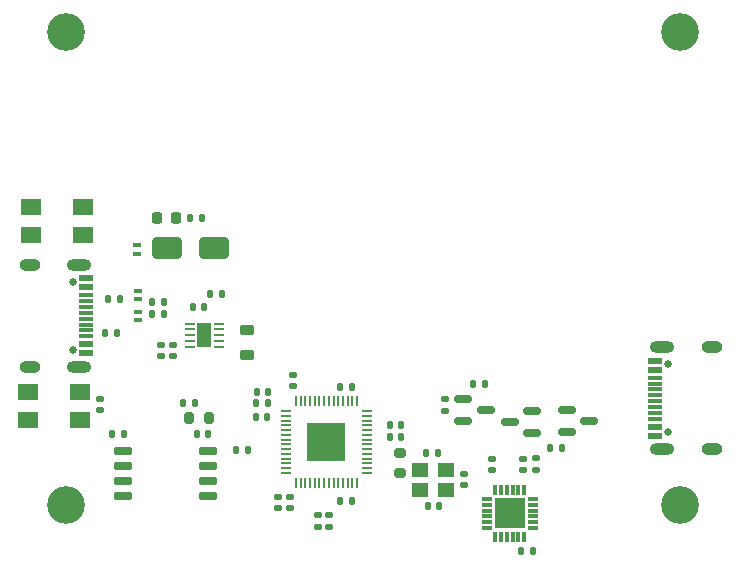
<source format=gbr>
%TF.GenerationSoftware,KiCad,Pcbnew,8.0.6*%
%TF.CreationDate,2025-04-14T23:16:27+09:00*%
%TF.ProjectId,PdSinkInspector,50645369-6e6b-4496-9e73-706563746f72,rev?*%
%TF.SameCoordinates,Original*%
%TF.FileFunction,Soldermask,Top*%
%TF.FilePolarity,Negative*%
%FSLAX46Y46*%
G04 Gerber Fmt 4.6, Leading zero omitted, Abs format (unit mm)*
G04 Created by KiCad (PCBNEW 8.0.6) date 2025-04-14 23:16:27*
%MOMM*%
%LPD*%
G01*
G04 APERTURE LIST*
G04 Aperture macros list*
%AMRoundRect*
0 Rectangle with rounded corners*
0 $1 Rounding radius*
0 $2 $3 $4 $5 $6 $7 $8 $9 X,Y pos of 4 corners*
0 Add a 4 corners polygon primitive as box body*
4,1,4,$2,$3,$4,$5,$6,$7,$8,$9,$2,$3,0*
0 Add four circle primitives for the rounded corners*
1,1,$1+$1,$2,$3*
1,1,$1+$1,$4,$5*
1,1,$1+$1,$6,$7*
1,1,$1+$1,$8,$9*
0 Add four rect primitives between the rounded corners*
20,1,$1+$1,$2,$3,$4,$5,0*
20,1,$1+$1,$4,$5,$6,$7,0*
20,1,$1+$1,$6,$7,$8,$9,0*
20,1,$1+$1,$8,$9,$2,$3,0*%
G04 Aperture macros list end*
%ADD10C,3.200000*%
%ADD11RoundRect,0.135000X-0.135000X-0.185000X0.135000X-0.185000X0.135000X0.185000X-0.135000X0.185000X0*%
%ADD12RoundRect,0.140000X0.170000X-0.140000X0.170000X0.140000X-0.170000X0.140000X-0.170000X-0.140000X0*%
%ADD13RoundRect,0.050000X0.050000X-0.387500X0.050000X0.387500X-0.050000X0.387500X-0.050000X-0.387500X0*%
%ADD14RoundRect,0.050000X0.387500X-0.050000X0.387500X0.050000X-0.387500X0.050000X-0.387500X-0.050000X0*%
%ADD15R,3.200000X3.200000*%
%ADD16RoundRect,0.150000X-0.587500X-0.150000X0.587500X-0.150000X0.587500X0.150000X-0.587500X0.150000X0*%
%ADD17C,0.650000*%
%ADD18R,1.240000X0.600000*%
%ADD19R,1.240000X0.300000*%
%ADD20O,2.100000X1.000000*%
%ADD21O,1.800000X1.000000*%
%ADD22RoundRect,0.050000X0.300000X-0.150000X0.300000X0.150000X-0.300000X0.150000X-0.300000X-0.150000X0*%
%ADD23RoundRect,0.140000X-0.140000X-0.170000X0.140000X-0.170000X0.140000X0.170000X-0.140000X0.170000X0*%
%ADD24RoundRect,0.140000X0.140000X0.170000X-0.140000X0.170000X-0.140000X-0.170000X0.140000X-0.170000X0*%
%ADD25RoundRect,0.135000X0.135000X0.185000X-0.135000X0.185000X-0.135000X-0.185000X0.135000X-0.185000X0*%
%ADD26RoundRect,0.150000X0.587500X0.150000X-0.587500X0.150000X-0.587500X-0.150000X0.587500X-0.150000X0*%
%ADD27RoundRect,0.135000X-0.185000X0.135000X-0.185000X-0.135000X0.185000X-0.135000X0.185000X0.135000X0*%
%ADD28RoundRect,0.250000X1.000000X0.650000X-1.000000X0.650000X-1.000000X-0.650000X1.000000X-0.650000X0*%
%ADD29RoundRect,0.218750X-0.218750X-0.256250X0.218750X-0.256250X0.218750X0.256250X-0.218750X0.256250X0*%
%ADD30RoundRect,0.140000X-0.170000X0.140000X-0.170000X-0.140000X0.170000X-0.140000X0.170000X0.140000X0*%
%ADD31R,1.800000X1.400000*%
%ADD32RoundRect,0.135000X0.185000X-0.135000X0.185000X0.135000X-0.185000X0.135000X-0.185000X-0.135000X0*%
%ADD33RoundRect,0.150000X-0.650000X-0.150000X0.650000X-0.150000X0.650000X0.150000X-0.650000X0.150000X0*%
%ADD34RoundRect,0.218750X-0.381250X0.218750X-0.381250X-0.218750X0.381250X-0.218750X0.381250X0.218750X0*%
%ADD35RoundRect,0.050000X-0.300000X0.150000X-0.300000X-0.150000X0.300000X-0.150000X0.300000X0.150000X0*%
%ADD36R,1.400000X1.200000*%
%ADD37R,0.850000X0.300000*%
%ADD38R,0.300000X0.850000*%
%ADD39R,2.600000X2.600000*%
%ADD40RoundRect,0.200000X-0.275000X0.200000X-0.275000X-0.200000X0.275000X-0.200000X0.275000X0.200000X0*%
%ADD41RoundRect,0.062500X0.350000X0.062500X-0.350000X0.062500X-0.350000X-0.062500X0.350000X-0.062500X0*%
%ADD42R,1.200000X2.000000*%
%ADD43RoundRect,0.200000X0.200000X0.275000X-0.200000X0.275000X-0.200000X-0.275000X0.200000X-0.275000X0*%
G04 APERTURE END LIST*
D10*
%TO.C,H3*%
X105000000Y-66000000D03*
%TD*%
D11*
%TO.C,R5*%
X108880000Y-100000000D03*
X109900000Y-100000000D03*
%TD*%
D12*
%TO.C,C21*%
X141100000Y-103100000D03*
X141100000Y-102140000D03*
%TD*%
D11*
%TO.C,R4*%
X143490000Y-109900000D03*
X144510000Y-109900000D03*
%TD*%
D13*
%TO.C,U1*%
X124450000Y-104137500D03*
X124850000Y-104137500D03*
X125250000Y-104137500D03*
X125650000Y-104137500D03*
X126050000Y-104137500D03*
X126450000Y-104137500D03*
X126850000Y-104137500D03*
X127250000Y-104137500D03*
X127650000Y-104137500D03*
X128050000Y-104137500D03*
X128450000Y-104137500D03*
X128850000Y-104137500D03*
X129250000Y-104137500D03*
X129650000Y-104137500D03*
D14*
X130487500Y-103300000D03*
X130487500Y-102900000D03*
X130487500Y-102500000D03*
X130487500Y-102100000D03*
X130487500Y-101700000D03*
X130487500Y-101300000D03*
X130487500Y-100900000D03*
X130487500Y-100500000D03*
X130487500Y-100100000D03*
X130487500Y-99700000D03*
X130487500Y-99300000D03*
X130487500Y-98900000D03*
X130487500Y-98500000D03*
X130487500Y-98100000D03*
D13*
X129650000Y-97262500D03*
X129250000Y-97262500D03*
X128850000Y-97262500D03*
X128450000Y-97262500D03*
X128050000Y-97262500D03*
X127650000Y-97262500D03*
X127250000Y-97262500D03*
X126850000Y-97262500D03*
X126450000Y-97262500D03*
X126050000Y-97262500D03*
X125650000Y-97262500D03*
X125250000Y-97262500D03*
X124850000Y-97262500D03*
X124450000Y-97262500D03*
D14*
X123612500Y-98100000D03*
X123612500Y-98500000D03*
X123612500Y-98900000D03*
X123612500Y-99300000D03*
X123612500Y-99700000D03*
X123612500Y-100100000D03*
X123612500Y-100500000D03*
X123612500Y-100900000D03*
X123612500Y-101300000D03*
X123612500Y-101700000D03*
X123612500Y-102100000D03*
X123612500Y-102500000D03*
X123612500Y-102900000D03*
X123612500Y-103300000D03*
D15*
X127050000Y-100700000D03*
%TD*%
D11*
%TO.C,R2*%
X112296250Y-89831250D03*
X113316250Y-89831250D03*
%TD*%
D16*
%TO.C,Q3*%
X138650000Y-97050000D03*
X138650000Y-98950000D03*
X140525000Y-98000000D03*
%TD*%
D17*
%TO.C,J1*%
X156000000Y-99890000D03*
X156000000Y-94110000D03*
D18*
X154880000Y-100200000D03*
X154880000Y-99400000D03*
D19*
X154880000Y-98250000D03*
X154880000Y-97250000D03*
X154880000Y-96750000D03*
X154880000Y-95750000D03*
D18*
X154880000Y-94600000D03*
X154880000Y-93800000D03*
X154880000Y-93800000D03*
X154880000Y-94600000D03*
D19*
X154880000Y-95250000D03*
X154880000Y-96250000D03*
X154880000Y-97750000D03*
X154880000Y-98750000D03*
D18*
X154880000Y-99400000D03*
X154880000Y-100200000D03*
D20*
X155480000Y-101320000D03*
D21*
X159680000Y-101320000D03*
D20*
X155480000Y-92680000D03*
D21*
X159680000Y-92680000D03*
%TD*%
D22*
%TO.C,D3*%
X111000000Y-84750000D03*
X111000000Y-84050000D03*
%TD*%
D16*
%TO.C,Q1*%
X147425000Y-97950000D03*
X147425000Y-99850000D03*
X149300000Y-98900000D03*
%TD*%
D23*
%TO.C,C15*%
X135620000Y-106100000D03*
X136580000Y-106100000D03*
%TD*%
D10*
%TO.C,H1*%
X157000000Y-106000000D03*
%TD*%
D24*
%TO.C,C12*%
X117050000Y-100000000D03*
X116090000Y-100000000D03*
%TD*%
D25*
%TO.C,R7*%
X116520000Y-81700000D03*
X115500000Y-81700000D03*
%TD*%
D26*
%TO.C,Q2*%
X144475000Y-99950000D03*
X144475000Y-98050000D03*
X142600000Y-99000000D03*
%TD*%
D11*
%TO.C,R9*%
X145980000Y-101200000D03*
X147000000Y-101200000D03*
%TD*%
D27*
%TO.C,R11*%
X137100000Y-97040000D03*
X137100000Y-98060000D03*
%TD*%
D11*
%TO.C,R13*%
X108290000Y-91500000D03*
X109310000Y-91500000D03*
%TD*%
D28*
%TO.C,D2*%
X117566250Y-84250000D03*
X113566250Y-84250000D03*
%TD*%
D29*
%TO.C,D1*%
X112712500Y-81700000D03*
X114287500Y-81700000D03*
%TD*%
D10*
%TO.C,H4*%
X105000000Y-106000000D03*
%TD*%
D12*
%TO.C,C3*%
X124250000Y-95960000D03*
X124250000Y-95000000D03*
%TD*%
D24*
%TO.C,C10*%
X120380000Y-101400000D03*
X119420000Y-101400000D03*
%TD*%
D12*
%TO.C,C20*%
X143700000Y-103100000D03*
X143700000Y-102140000D03*
%TD*%
D24*
%TO.C,C4*%
X122080000Y-97400000D03*
X121120000Y-97400000D03*
%TD*%
D30*
%TO.C,C1*%
X123950000Y-105320000D03*
X123950000Y-106280000D03*
%TD*%
D31*
%TO.C,SW2*%
X102000000Y-83200000D03*
X106400000Y-83200000D03*
X106400000Y-80800000D03*
X102000000Y-80800000D03*
%TD*%
D23*
%TO.C,C5*%
X132440000Y-100250000D03*
X133400000Y-100250000D03*
%TD*%
D30*
%TO.C,C8*%
X122950000Y-105320000D03*
X122950000Y-106280000D03*
%TD*%
D32*
%TO.C,R16*%
X126300000Y-107910000D03*
X126300000Y-106890000D03*
%TD*%
D33*
%TO.C,U2*%
X109850000Y-101495000D03*
X109850000Y-102765000D03*
X109850000Y-104035000D03*
X109850000Y-105305000D03*
X117050000Y-105305000D03*
X117050000Y-104035000D03*
X117050000Y-102765000D03*
X117050000Y-101495000D03*
%TD*%
D12*
%TO.C,C17*%
X107900000Y-97980000D03*
X107900000Y-97020000D03*
%TD*%
D34*
%TO.C,L1*%
X120301250Y-91206250D03*
X120301250Y-93331250D03*
%TD*%
D35*
%TO.C,D5*%
X111131250Y-89681250D03*
X111131250Y-90381250D03*
%TD*%
D36*
%TO.C,Y2*%
X137200000Y-103050000D03*
X135000000Y-103050000D03*
X135000000Y-104750000D03*
X137200000Y-104750000D03*
%TD*%
D25*
%TO.C,R6*%
X136510000Y-101650000D03*
X135490000Y-101650000D03*
%TD*%
D12*
%TO.C,C18*%
X113068750Y-93451250D03*
X113068750Y-92491250D03*
%TD*%
D23*
%TO.C,C14*%
X115721250Y-89268750D03*
X116681250Y-89268750D03*
%TD*%
D10*
%TO.C,H2*%
X157000000Y-66000000D03*
%TD*%
D30*
%TO.C,C16*%
X138700000Y-103420000D03*
X138700000Y-104380000D03*
%TD*%
D25*
%TO.C,R8*%
X115950000Y-97400000D03*
X114930000Y-97400000D03*
%TD*%
D32*
%TO.C,R10*%
X144750000Y-103060000D03*
X144750000Y-102040000D03*
%TD*%
D24*
%TO.C,C11*%
X122010000Y-98600000D03*
X121050000Y-98600000D03*
%TD*%
D11*
%TO.C,R1*%
X112296250Y-88831250D03*
X113316250Y-88831250D03*
%TD*%
D37*
%TO.C,IC2*%
X140600000Y-105500000D03*
X140600000Y-106000000D03*
X140600000Y-106500000D03*
X140600000Y-107000000D03*
X140600000Y-107500000D03*
X140600000Y-108000000D03*
D38*
X141300000Y-108700000D03*
X141800000Y-108700000D03*
X142300000Y-108700000D03*
X142800000Y-108700000D03*
X143300000Y-108700000D03*
X143800000Y-108700000D03*
D37*
X144500000Y-108000000D03*
X144500000Y-107500000D03*
X144500000Y-107000000D03*
X144500000Y-106500000D03*
X144500000Y-106000000D03*
X144500000Y-105500000D03*
D38*
X143800000Y-104800000D03*
X143300000Y-104800000D03*
X142800000Y-104800000D03*
X142300000Y-104800000D03*
X141800000Y-104800000D03*
X141300000Y-104800000D03*
D39*
X142550000Y-106750000D03*
%TD*%
D12*
%TO.C,C19*%
X114018750Y-93431250D03*
X114018750Y-92471250D03*
%TD*%
D23*
%TO.C,C9*%
X132440000Y-99300000D03*
X133400000Y-99300000D03*
%TD*%
D31*
%TO.C,SW1*%
X101800000Y-98839165D03*
X106200000Y-98839165D03*
X106200000Y-96439165D03*
X101800000Y-96439165D03*
%TD*%
D17*
%TO.C,J3*%
X105605000Y-87110000D03*
X105605000Y-92890000D03*
D18*
X106725000Y-86800000D03*
X106725000Y-87600000D03*
D19*
X106725000Y-88750000D03*
X106725000Y-89750000D03*
X106725000Y-90250000D03*
X106725000Y-91250000D03*
D18*
X106725000Y-92400000D03*
X106725000Y-93200000D03*
X106725000Y-93200000D03*
X106725000Y-92400000D03*
D19*
X106725000Y-91750000D03*
X106725000Y-90750000D03*
X106725000Y-89250000D03*
X106725000Y-88250000D03*
D18*
X106725000Y-87600000D03*
X106725000Y-86800000D03*
D20*
X106125000Y-85680000D03*
D21*
X101925000Y-85680000D03*
D20*
X106125000Y-94320000D03*
D21*
X101925000Y-94320000D03*
%TD*%
D40*
%TO.C,R17*%
X133250000Y-101650000D03*
X133250000Y-103300000D03*
%TD*%
D22*
%TO.C,D4*%
X111131250Y-88631250D03*
X111131250Y-87931250D03*
%TD*%
D11*
%TO.C,R14*%
X108580000Y-88600000D03*
X109600000Y-88600000D03*
%TD*%
D41*
%TO.C,U3*%
X117913750Y-92668750D03*
X117913750Y-92168750D03*
X117913750Y-91668750D03*
X117913750Y-91168750D03*
X117913750Y-90668750D03*
X115488750Y-90668750D03*
X115488750Y-91168750D03*
X115488750Y-91668750D03*
X115488750Y-92168750D03*
X115488750Y-92668750D03*
D42*
X116701250Y-91668750D03*
%TD*%
D11*
%TO.C,R12*%
X139490000Y-95800000D03*
X140510000Y-95800000D03*
%TD*%
D24*
%TO.C,C13*%
X118161250Y-88168750D03*
X117201250Y-88168750D03*
%TD*%
%TO.C,C7*%
X122100000Y-96450000D03*
X121140000Y-96450000D03*
%TD*%
D43*
%TO.C,R3*%
X117075000Y-98700000D03*
X115425000Y-98700000D03*
%TD*%
D32*
%TO.C,R15*%
X127250000Y-107900000D03*
X127250000Y-106880000D03*
%TD*%
D23*
%TO.C,C2*%
X128220000Y-96000000D03*
X129180000Y-96000000D03*
%TD*%
%TO.C,C6*%
X128220000Y-105700000D03*
X129180000Y-105700000D03*
%TD*%
M02*

</source>
